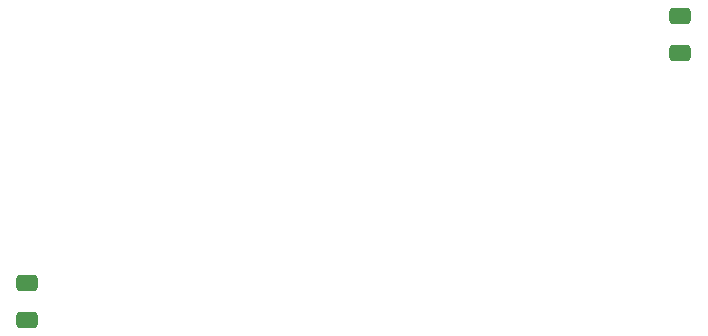
<source format=gbr>
%TF.GenerationSoftware,KiCad,Pcbnew,8.0.3*%
%TF.CreationDate,2024-11-19T22:16:28+01:00*%
%TF.ProjectId,weerstation-main,77656572-7374-4617-9469-6f6e2d6d6169,rev?*%
%TF.SameCoordinates,Original*%
%TF.FileFunction,Paste,Top*%
%TF.FilePolarity,Positive*%
%FSLAX46Y46*%
G04 Gerber Fmt 4.6, Leading zero omitted, Abs format (unit mm)*
G04 Created by KiCad (PCBNEW 8.0.3) date 2024-11-19 22:16:28*
%MOMM*%
%LPD*%
G01*
G04 APERTURE LIST*
G04 Aperture macros list*
%AMRoundRect*
0 Rectangle with rounded corners*
0 $1 Rounding radius*
0 $2 $3 $4 $5 $6 $7 $8 $9 X,Y pos of 4 corners*
0 Add a 4 corners polygon primitive as box body*
4,1,4,$2,$3,$4,$5,$6,$7,$8,$9,$2,$3,0*
0 Add four circle primitives for the rounded corners*
1,1,$1+$1,$2,$3*
1,1,$1+$1,$4,$5*
1,1,$1+$1,$6,$7*
1,1,$1+$1,$8,$9*
0 Add four rect primitives between the rounded corners*
20,1,$1+$1,$2,$3,$4,$5,0*
20,1,$1+$1,$4,$5,$6,$7,0*
20,1,$1+$1,$6,$7,$8,$9,0*
20,1,$1+$1,$8,$9,$2,$3,0*%
G04 Aperture macros list end*
%ADD10RoundRect,0.250000X0.650000X-0.412500X0.650000X0.412500X-0.650000X0.412500X-0.650000X-0.412500X0*%
G04 APERTURE END LIST*
D10*
%TO.C,C8*%
X83058000Y-31788500D03*
X83058000Y-28663500D03*
%TD*%
%TO.C,C1*%
X27787600Y-54415500D03*
X27787600Y-51290500D03*
%TD*%
M02*

</source>
